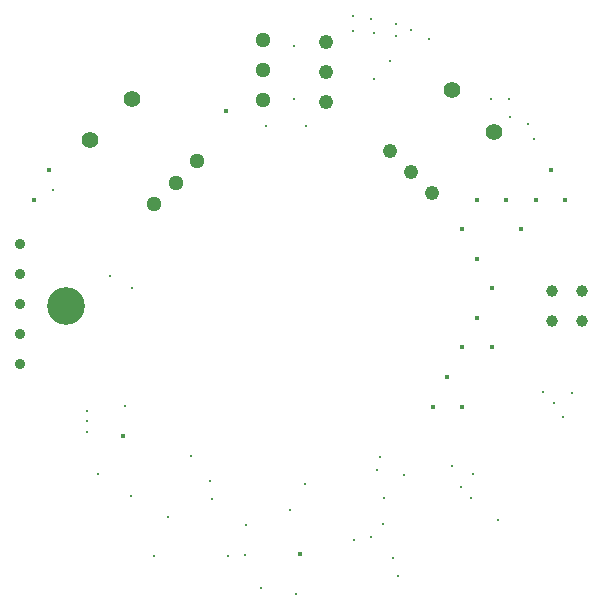
<source format=gbr>
%TF.GenerationSoftware,Altium Limited,Altium Designer,22.1.2 (22)*%
G04 Layer_Color=0*
%FSLAX45Y45*%
%MOMM*%
%TF.SameCoordinates,A05C4332-DD78-49BD-A17D-671ED2E2A3CF*%
%TF.FilePolarity,Positive*%
%TF.FileFunction,Plated,1,4,PTH,Drill*%
%TF.Part,Single*%
G01*
G75*
%TA.AperFunction,ComponentDrill*%
%ADD84C,0.90000*%
%ADD85C,1.28000*%
%ADD86C,1.00000*%
%ADD87C,1.21000*%
%ADD88C,1.28000*%
%ADD89C,1.40000*%
%ADD90C,1.21000*%
%ADD91C,1.40000*%
%TA.AperFunction,OtherDrill,Pad Free-9 (6.5mm,26mm)*%
%ADD92C,3.20000*%
%TA.AperFunction,ViaDrill,NotFilled*%
%ADD93C,0.40000*%
%ADD94C,0.30000*%
D84*
X254000Y2108200D02*
D03*
Y2362200D02*
D03*
Y2616200D02*
D03*
Y2870200D02*
D03*
Y3124200D02*
D03*
D85*
X1754405Y3824505D02*
D03*
X1574800Y3644900D02*
D03*
X1395195Y3465295D02*
D03*
D86*
X4762800Y2727000D02*
D03*
Y2473000D02*
D03*
X5016800D02*
D03*
Y2727000D02*
D03*
D87*
X2844800Y4838700D02*
D03*
X2844800Y4584700D02*
D03*
X2844800Y4330700D02*
D03*
D88*
X2311400Y4343400D02*
D03*
Y4597400D02*
D03*
Y4851400D02*
D03*
D89*
X4267200Y4076700D02*
D03*
X3913647Y4430253D02*
D03*
D90*
X3389095Y3913405D02*
D03*
X3568700Y3733800D02*
D03*
X3748305Y3554195D02*
D03*
D91*
X1206500Y4356100D02*
D03*
X852947Y4002547D02*
D03*
D92*
X650000Y2600000D02*
D03*
D93*
X4750000Y3750000D02*
D03*
X4875000Y3500000D02*
D03*
X4625000D02*
D03*
X4500000Y3250000D02*
D03*
X4375000Y3500000D02*
D03*
X4250000Y2750000D02*
D03*
Y2250000D02*
D03*
X4125000Y3500000D02*
D03*
X4000000Y3250000D02*
D03*
X4125000Y3000000D02*
D03*
Y2500000D02*
D03*
X4000000Y2250000D02*
D03*
Y1750000D02*
D03*
X3875000Y2000000D02*
D03*
X3750000Y1750000D02*
D03*
X2625000Y500000D02*
D03*
X2000000Y4250000D02*
D03*
X1125000Y1500000D02*
D03*
X500000Y3750000D02*
D03*
X375000Y3500000D02*
D03*
D94*
X4559300Y4140200D02*
D03*
X4241800Y4356100D02*
D03*
X4395661Y4351894D02*
D03*
X4406900Y4203700D02*
D03*
X1701800Y1333500D02*
D03*
X3334150Y756050D02*
D03*
X2159000Y495300D02*
D03*
X3454400Y317500D02*
D03*
X533400Y3581400D02*
D03*
X3911181Y1244600D02*
D03*
X3342550Y975450D02*
D03*
X3282316Y1213250D02*
D03*
X3505200Y1168400D02*
D03*
X2590800Y165100D02*
D03*
X1390387Y482600D02*
D03*
X914400Y1181100D02*
D03*
X1193800Y990600D02*
D03*
X3390900Y4673600D02*
D03*
X3441700Y4889500D02*
D03*
X3251200Y4914900D02*
D03*
X3073400Y4927600D02*
D03*
Y5054600D02*
D03*
X3225800Y5029200D02*
D03*
X3441700Y4991100D02*
D03*
X3568700Y4940300D02*
D03*
X3721100Y4864100D02*
D03*
X4606499Y4013200D02*
D03*
X2679700Y4127500D02*
D03*
X2336800D02*
D03*
X3251200Y4521200D02*
D03*
X825500Y1625600D02*
D03*
Y1536700D02*
D03*
X2298700Y215900D02*
D03*
X3225800Y647700D02*
D03*
X2019300Y482600D02*
D03*
X825500Y1714500D02*
D03*
X1143000Y1752600D02*
D03*
X1866900Y1117600D02*
D03*
X1879600Y965200D02*
D03*
X2578100Y4800600D02*
D03*
Y4356100D02*
D03*
X1206500Y2755900D02*
D03*
X1016000Y2857500D02*
D03*
X1511300Y812800D02*
D03*
X2667000Y1092200D02*
D03*
X3302000Y1320800D02*
D03*
X4305300Y787400D02*
D03*
X3086100Y622300D02*
D03*
X4089400Y1181100D02*
D03*
X3987800Y1066800D02*
D03*
X4075797Y977900D02*
D03*
X2171700Y749300D02*
D03*
X2540000Y876300D02*
D03*
X3416300Y469900D02*
D03*
X4775200Y1778000D02*
D03*
X4851400Y1663700D02*
D03*
X4686300Y1870550D02*
D03*
X4927600Y1866900D02*
D03*
%TF.MD5,80276b7279c2685048fff1fff06b9d57*%
M02*

</source>
